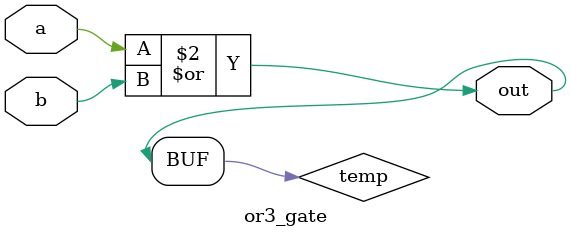
<source format=v>
module or3_gate (
  input a,
  input b,
  output out
);

    reg temp;
    always @(*) begin
        temp = a | b;
    end
    
    assign out = temp;
endmodule
</source>
